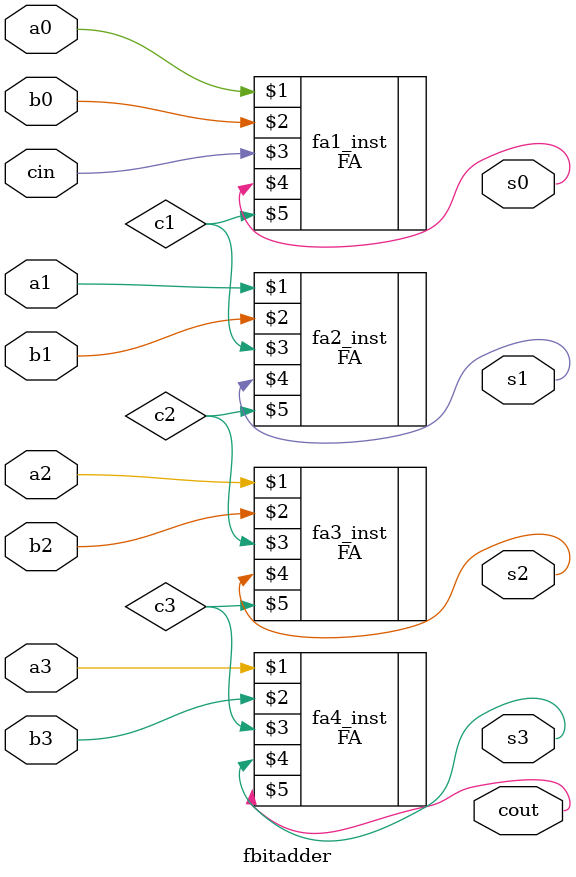
<source format=v>
module fbitadder(a0,a1,a2,a3,b0,b1,b2,b3,cin,s0,s1,s2,s3,cout);

input a0,a1,a2,a3,b0,b1,b2,b3,cin;
output s0,s1,s2,s3,cout;
wire c1,c2,c3;

 FA fa1_inst(a0 , b0 , cin , s0 , c1);
 FA fa2_inst(a1 , b1 , c1  , s1 , c2);
 FA fa3_inst(a2 , b2 , c2  , s2 , c3);
 FA fa4_inst(a3 , b3 , c3  , s3 , cout);


endmodule

</source>
